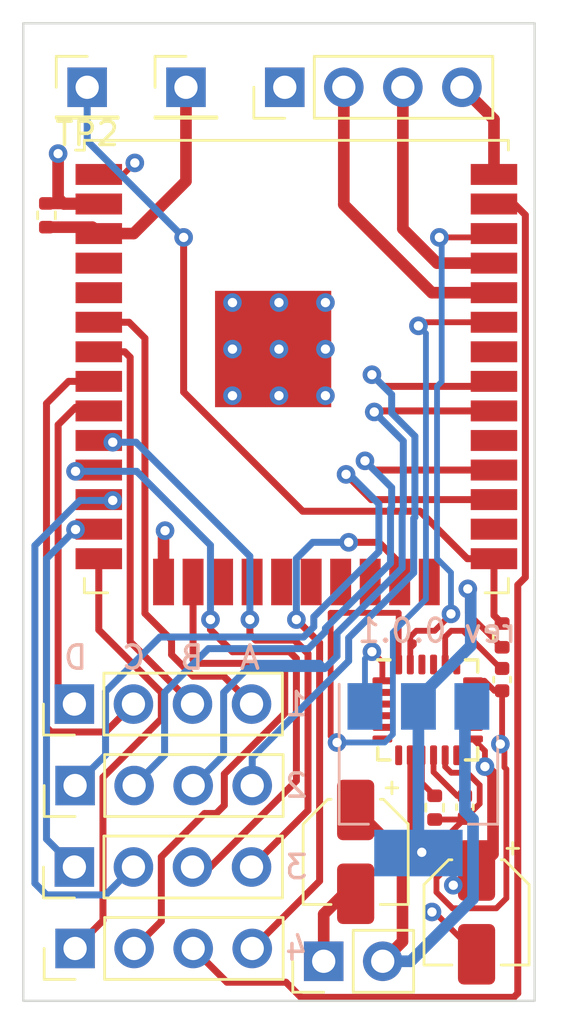
<source format=kicad_pcb>
(kicad_pcb (version 20211014) (generator pcbnew)
  (layers (0 "F.Cu" signal) (1 "In1.Cu" signal) (2 "In2.Cu" signal) (31 "B.Cu" signal) (34 "B.Paste" user) (35 "F.Paste" user) (36 "B.SilkS" user "B.Silkscreen") (37 "F.SilkS" user "F.Silkscreen") (38 "B.Mask" user) (39 "F.Mask" user) (44 "Edge.Cuts" user))
  (net 0 "")
  (net 1 "+3V3")
  (net 2 "Net-(J1-Pad2)")
  (net 3 "Net-(J1-Pad3)")
  (net 4 "GND")
  (net 5 "Net-(R1-Pad2)")
  (net 8 "Net-(U1-Pad13)")
  (net 9 "Net-(U1-Pad37)")
  (net 10 "Net-(U1-Pad10)")
  (net 17 "Net-(U1-Pad11)")
  (net 20 "Net-(U1-Pad12)")
  (net 21 "Net-(U1-Pad8)")
  (net 23 "Net-(U1-Pad9)")
  (net 24 "Net-(U1-Pad6)")
  (net 26 "Net-(U1-Pad7)")
  (net 27 "Net-(R2-Pad2)")
  (net 28 "Net-(U1-Pad33)")
  (net 29 "Net-(U1-Pad36)")
  (net 33 "Net-(U1-Pad25)")
  (net 34 "VCC")
  (net 35 "Net-(J2-Pad1)")
  (net 36 "Net-(J2-Pad2)")
  (net 37 "Net-(J2-Pad4)")
  (net 38 "Net-(J3-Pad1)")
  (net 39 "Net-(J3-Pad2)")
  (net 40 "Net-(J3-Pad3)")
  (net 41 "Net-(J3-Pad4)")
  (net 42 "Net-(U2-Pad10)")
  (net 43 "Net-(U2-Pad20)")
  (footprint "Connector_PinHeader_2.54mm:PinHeader_1x04_P2.54mm_Vertical" (layer "F.Cu") (at 90.2 83.25 90)
    (fp_text reference "J5" hide)
    (fp_text value "GPIO" hide)
    (fp_line (start -1.33 8.95) (end 1.33 8.95) (layer "F.SilkS") (width 0.12))
    (fp_line (start -1.33 1.27) (end -1.33 8.95) (layer "F.SilkS") (width 0.12))
    (fp_line (start -1.33 0) (end -1.33 -1.33) (layer "F.SilkS") (width 0.12))
    (fp_line (start 1.33 1.27) (end 1.33 8.95) (layer "F.SilkS") (width 0.12))
    (fp_line (start -1.33 1.27) (end 1.33 1.27) (layer "F.SilkS") (width 0.12))
    (fp_line (start -1.33 -1.33) (end 0 -1.33) (layer "F.SilkS") (width 0.12))
    (pad "1" thru_hole rect locked (at 0 0 90) (size 1.7 1.7) (drill 1) (layers *.Cu *.Mask) (net 23 "Net-(U1-Pad9)"))
    (pad "2" thru_hole oval locked (at 0 2.54 90) (size 1.7 1.7) (drill 1) (layers *.Cu *.Mask) (net 21 "Net-(U1-Pad8)"))
    (pad "3" thru_hole oval locked (at 0 5.08 90) (size 1.7 1.7) (drill 1) (layers *.Cu *.Mask) (net 26 "Net-(U1-Pad7)"))
    (pad "4" thru_hole oval locked (at 0 7.62 90) (size 1.7 1.7) (drill 1) (layers *.Cu *.Mask) (net 24 "Net-(U1-Pad6)"))
  )
  (footprint "Resistor_SMD:R_0402_1005Metric" (layer "F.Cu") (at 108.6 80.3 90)
    (fp_text reference "R3" hide)
    (fp_text value "10K" hide)
    (fp_line (start -0.153641 -0.38) (end 0.153641 -0.38) (layer "F.SilkS") (width 0.12))
    (fp_line (start -0.153641 0.38) (end 0.153641 0.38) (layer "F.SilkS") (width 0.12))
    (pad "1" smd roundrect locked (at -0.51 0 90) (size 0.54 0.64) (layers "F.Cu" "F.Paste" "F.Mask") (net 1 "+3V3"))
    (pad "2" smd roundrect locked (at 0.51 0 90) (size 0.54 0.64) (layers "F.Cu" "F.Paste" "F.Mask") (net 33 "Net-(U1-Pad25)"))
  )
  (footprint "Capacitor_SMD:CP_Elec_4x5.3" (layer "F.Cu") (at 102.3 89.6 -90)
    (fp_text reference "C1" hide)
    (fp_text value "10uF")
    (fp_line (start -2.26 -1.195563) (end -2.26 -1.06) (layer "F.SilkS") (width 0.12))
    (fp_line (start 2.26 2.26) (end 2.26 1.06) (layer "F.SilkS") (width 0.12))
    (fp_line (start -2.26 1.195563) (end -2.26 1.06) (layer "F.SilkS") (width 0.12))
    (fp_line (start 2.26 -2.26) (end 2.26 -1.06) (layer "F.SilkS") (width 0.12))
    (fp_line (start -1.195563 -2.26) (end 2.26 -2.26) (layer "F.SilkS") (width 0.12))
    (fp_line (start -2.26 -1.195563) (end -1.195563 -2.26) (layer "F.SilkS") (width 0.12))
    (fp_line (start -1.195563 2.26) (end 2.26 2.26) (layer "F.SilkS") (width 0.12))
    (fp_line (start -3 -1.56) (end -2.5 -1.56) (layer "F.SilkS") (width 0.12))
    (fp_line (start -2.26 1.195563) (end -1.195563 2.26) (layer "F.SilkS") (width 0.12))
    (fp_line (start -2.75 -1.81) (end -2.75 -1.31) (layer "F.SilkS") (width 0.12))
    (pad "1" smd roundrect locked (at -1.8 0 270) (size 2.6 1.6) (layers "F.Cu" "F.Paste" "F.Mask") (roundrect_rratio 0.15625) (net 34 "VCC"))
    (pad "2" smd roundrect locked (at 1.8 0 270) (size 2.6 1.6) (layers "F.Cu" "F.Paste" "F.Mask") (roundrect_rratio 0.15625) (net 4 "GND"))
  )
  (footprint "Resistor_SMD:R_0402_1005Metric" (layer "F.Cu") (at 89 62.25 -90)
    (fp_text reference "R1" hide)
    (fp_text value "10K" hide)
    (fp_line (start -0.153641 -0.38) (end 0.153641 -0.38) (layer "F.SilkS") (width 0.12))
    (fp_line (start -0.153641 0.38) (end 0.153641 0.38) (layer "F.SilkS") (width 0.12))
    (pad "1" smd roundrect locked (at -0.51 0 270) (size 0.54 0.64) (layers "F.Cu" "F.Paste" "F.Mask") (net 1 "+3V3"))
    (pad "2" smd roundrect locked (at 0.51 0 270) (size 0.54 0.64) (layers "F.Cu" "F.Paste" "F.Mask") (net 5 "Net-(R1-Pad2)"))
  )
  (footprint "Sensor_Motion:InvenSense_QFN-24_4x4mm_P0.5mm" (layer "F.Cu") (at 105.4 83.5)
    (fp_text reference "U2" hide)
    (fp_text value "MPU-6050" hide)
    (fp_line (start -2.15 -2.15) (end -1.625 -2.15) (layer "F.SilkS") (width 0.15))
    (fp_line (start 2.15 -2.15) (end 2.15 -1.625) (layer "F.SilkS") (width 0.15))
    (fp_line (start -2.15 2.15) (end -1.625 2.15) (layer "F.SilkS") (width 0.15))
    (fp_line (start -2.15 2.15) (end -2.15 1.625) (layer "F.SilkS") (width 0.15))
    (fp_line (start 2.15 2.15) (end 2.15 1.625) (layer "F.SilkS") (width 0.15))
    (fp_line (start 2.15 -2.15) (end 1.625 -2.15) (layer "F.SilkS") (width 0.15))
    (fp_line (start 2.15 2.15) (end 1.625 2.15) (layer "F.SilkS") (width 0.15))
    (pad "1" smd roundrect locked (at -1.95 -1.25) (size 0.85 0.3) (layers "F.Cu" "F.Paste" "F.Mask") (net 4 "GND"))
    (pad "2" smd roundrect locked (at -1.95 -0.75) (size 0.85 0.3) (layers "F.Cu" "F.Paste" "F.Mask"))
    (pad "3" smd roundrect locked (at -1.95 -0.25) (size 0.85 0.3) (layers "F.Cu" "F.Paste" "F.Mask"))
    (pad "4" smd roundrect locked (at -1.95 0.25) (size 0.85 0.3) (layers "F.Cu" "F.Paste" "F.Mask"))
    (pad "5" smd roundrect locked (at -1.95 0.75) (size 0.85 0.3) (layers "F.Cu" "F.Paste" "F.Mask"))
    (pad "6" smd roundrect locked (at -1.95 1.25) (size 0.85 0.3) (layers "F.Cu" "F.Paste" "F.Mask"))
    (pad "7" smd roundrect locked (at -1.25 1.95 90) (size 0.85 0.3) (layers "F.Cu" "F.Paste" "F.Mask"))
    (pad "8" smd roundrect locked (at -0.75 1.95 90) (size 0.85 0.3) (layers "F.Cu" "F.Paste" "F.Mask") (net 1 "+3V3"))
    (pad "9" smd roundrect locked (at -0.25 1.95 90) (size 0.85 0.3) (layers "F.Cu" "F.Paste" "F.Mask") (net 27 "Net-(R2-Pad2)"))
    (pad "10" smd roundrect locked (at 0.25 1.95 90) (size 0.85 0.3) (layers "F.Cu" "F.Paste" "F.Mask") (net 42 "Net-(U2-Pad10)"))
    (pad "11" smd roundrect locked (at 0.75 1.95 90) (size 0.85 0.3) (layers "F.Cu" "F.Paste" "F.Mask") (net 4 "GND"))
    (pad "12" smd roundrect locked (at 1.25 1.95 90) (size 0.85 0.3) (layers "F.Cu" "F.Paste" "F.Mask"))
    (pad "13" smd roundrect locked (at 1.95 1.25) (size 0.85 0.3) (layers "F.Cu" "F.Paste" "F.Mask") (net 1 "+3V3"))
    (pad "14" smd roundrect locked (at 1.95 0.75) (size 0.85 0.3) (layers "F.Cu" "F.Paste" "F.Mask"))
    (pad "15" smd roundrect locked (at 1.95 0.25) (size 0.85 0.3) (layers "F.Cu" "F.Paste" "F.Mask"))
    (pad "16" smd roundrect locked (at 1.95 -0.25) (size 0.85 0.3) (layers "F.Cu" "F.Paste" "F.Mask"))
    (pad "17" smd roundrect locked (at 1.95 -0.75) (size 0.85 0.3) (layers "F.Cu" "F.Paste" "F.Mask"))
    (pad "18" smd roundrect locked (at 1.95 -1.25) (size 0.85 0.3) (layers "F.Cu" "F.Paste" "F.Mask") (net 4 "GND"))
    (pad "19" smd roundrect locked (at 1.25 -1.95 90) (size 0.85 0.3) (layers "F.Cu" "F.Paste" "F.Mask"))
    (pad "20" smd roundrect locked (at 0.75 -1.95 90) (size 0.85 0.3) (layers "F.Cu" "F.Paste" "F.Mask") (net 43 "Net-(U2-Pad20)"))
    (pad "21" smd roundrect locked (at 0.25 -1.95 90) (size 0.85 0.3) (layers "F.Cu" "F.Paste" "F.Mask"))
    (pad "22" smd roundrect locked (at -0.25 -1.95 90) (size 0.85 0.3) (layers "F.Cu" "F.Paste" "F.Mask"))
    (pad "23" smd roundrect locked (at -0.75 -1.95 90) (size 0.85 0.3) (layers "F.Cu" "F.Paste" "F.Mask") (net 29 "Net-(U1-Pad36)"))
    (pad "24" smd roundrect locked (at -1.25 -1.95 90) (size 0.85 0.3) (layers "F.Cu" "F.Paste" "F.Mask") (net 28 "Net-(U1-Pad33)"))
  )
  (footprint "Capacitor_SMD:C_0402_1005Metric" (layer "F.Cu") (at 107 87.68 -90)
    (fp_text reference "C3" hide)
    (fp_text value "0.1uF" hide)
    (fp_line (start -0.107836 -0.36) (end 0.107836 -0.36) (layer "F.SilkS") (width 0.12))
    (fp_line (start -0.107836 0.36) (end 0.107836 0.36) (layer "F.SilkS") (width 0.12))
    (pad "1" smd roundrect locked (at -0.48 0 270) (size 0.56 0.62) (layers "F.Cu" "F.Paste" "F.Mask") (net 42 "Net-(U2-Pad10)"))
    (pad "2" smd roundrect locked (at 0.48 0 270) (size 0.56 0.62) (layers "F.Cu" "F.Paste" "F.Mask") (net 4 "GND"))
  )
  (footprint "Connector_PinHeader_2.54mm:PinHeader_1x04_P2.54mm_Vertical" (layer "F.Cu") (at 90.2 90.25 90)
    (fp_text reference "J4" hide)
    (fp_text value "GPIO" hide)
    (fp_line (start 1.33 1.27) (end 1.33 8.95) (layer "F.SilkS") (width 0.12))
    (fp_line (start -1.33 -1.33) (end 0 -1.33) (layer "F.SilkS") (width 0.12))
    (fp_line (start -1.33 1.27) (end 1.33 1.27) (layer "F.SilkS") (width 0.12))
    (fp_line (start -1.33 0) (end -1.33 -1.33) (layer "F.SilkS") (width 0.12))
    (fp_line (start -1.33 8.95) (end 1.33 8.95) (layer "F.SilkS") (width 0.12))
    (fp_line (start -1.33 1.27) (end -1.33 8.95) (layer "F.SilkS") (width 0.12))
    (pad "1" thru_hole rect locked (at 0 0 90) (size 1.7 1.7) (drill 1) (layers *.Cu *.Mask) (net 8 "Net-(U1-Pad13)"))
    (pad "2" thru_hole oval locked (at 0 2.54 90) (size 1.7 1.7) (drill 1) (layers *.Cu *.Mask) (net 20 "Net-(U1-Pad12)"))
    (pad "3" thru_hole oval locked (at 0 5.08 90) (size 1.7 1.7) (drill 1) (layers *.Cu *.Mask) (net 17 "Net-(U1-Pad11)"))
    (pad "4" thru_hole oval locked (at 0 7.62 90) (size 1.7 1.7) (drill 1) (layers *.Cu *.Mask) (net 10 "Net-(U1-Pad10)"))
  )
  (footprint "Connector_PinHeader_2.54mm:PinHeader_1x01_P2.54mm_Vertical" (layer "F.Cu") (at 90.75 56.75)
    (fp_text reference "TP2" (at 0 2) (layer "F.SilkS"))
    (fp_text value "ENABLE" hide)
    (fp_line (start 1.33 1.27) (end 1.33 1.33) (layer "F.SilkS") (width 0.12))
    (fp_line (start -1.33 1.27) (end -1.33 1.33) (layer "F.SilkS") (width 0.12))
    (fp_line (start -1.33 -1.33) (end 0 -1.33) (layer "F.SilkS") (width 0.12))
    (fp_line (start -1.33 1.33) (end 1.33 1.33) (layer "F.SilkS") (width 0.12))
    (fp_line (start -1.33 0) (end -1.33 -1.33) (layer "F.SilkS") (width 0.12))
    (fp_line (start -1.33 1.27) (end 1.33 1.27) (layer "F.SilkS") (width 0.12))
    (pad "1" thru_hole rect locked (at 0 0) (size 1.7 1.7) (drill 1) (layers *.Cu *.Mask) (net 33 "Net-(U1-Pad25)"))
  )
  (footprint "Connector_PinHeader_2.54mm:PinHeader_1x01_P2.54mm_Vertical" (layer "F.Cu") (at 95 56.75)
    (fp_text reference "TP1" hide)
    (fp_text value "ENABLE" hide)
    (fp_line (start 1.33 1.27) (end 1.33 1.33) (layer "F.SilkS") (width 0.12))
    (fp_line (start -1.33 1.27) (end 1.33 1.27) (layer "F.SilkS") (width 0.12))
    (fp_line (start -1.33 0) (end -1.33 -1.33) (layer "F.SilkS") (width 0.12))
    (fp_line (start -1.33 -1.33) (end 0 -1.33) (layer "F.SilkS") (width 0.12))
    (fp_line (start -1.33 1.27) (end -1.33 1.33) (layer "F.SilkS") (width 0.12))
    (fp_line (start -1.33 1.33) (end 1.33 1.33) (layer "F.SilkS") (width 0.12))
    (pad "1" thru_hole rect locked (at 0 0) (size 1.7 1.7) (drill 1) (layers *.Cu *.Mask) (net 5 "Net-(R1-Pad2)"))
  )
  (footprint "RF_Module:ESP32-WROOM-32U" (layer "F.Cu") (at 99.75 68.75)
    (fp_text reference "U1" hide)
    (fp_text value "ESP32-WROOM-32U" hide)
    (fp_line (start -9.12 9.72) (end -8.12 9.72) (layer "F.SilkS") (width 0.12))
    (fp_line (start -9.12 -9.72) (end 9.12 -9.72) (layer "F.SilkS") (width 0.12))
    (fp_line (start -9.12 -9.3) (end -9.5 -9.3) (layer "F.SilkS") (width 0.12))
    (fp_line (start -9.12 9.1) (end -9.12 9.72) (layer "F.SilkS") (width 0.12))
    (fp_line (start 9.12 9.1) (end 9.12 9.72) (layer "F.SilkS") (width 0.12))
    (fp_line (start 9.12 9.72) (end 8.12 9.72) (layer "F.SilkS") (width 0.12))
    (fp_line (start -9.12 -9.72) (end -9.12 -9.3) (layer "F.SilkS") (width 0.12))
    (fp_line (start 9.12 -9.72) (end 9.12 -9.3) (layer "F.SilkS") (width 0.12))
    (pad "1" smd rect (at -8.5 -8.255) (size 2 0.9) (layers "F.Cu" "F.Paste" "F.Mask") (net 4 "GND"))
    (pad "2" smd rect (at -8.5 -6.985) (size 2 0.9) (layers "F.Cu" "F.Paste" "F.Mask") (net 1 "+3V3"))
    (pad "3" smd rect (at -8.5 -5.715) (size 2 0.9) (layers "F.Cu" "F.Paste" "F.Mask") (net 5 "Net-(R1-Pad2)"))
    (pad "4" smd rect (at -8.5 -4.445) (size 2 0.9) (layers "F.Cu" "F.Paste" "F.Mask"))
    (pad "5" smd rect (at -8.5 -3.175) (size 2 0.9) (layers "F.Cu" "F.Paste" "F.Mask"))
    (pad "6" smd rect (at -8.5 -1.905) (size 2 0.9) (layers "F.Cu" "F.Paste" "F.Mask") (net 24 "Net-(U1-Pad6)"))
    (pad "7" smd rect (at -8.5 -0.635) (size 2 0.9) (layers "F.Cu" "F.Paste" "F.Mask") (net 26 "Net-(U1-Pad7)"))
    (pad "8" smd rect (at -8.5 0.635) (size 2 0.9) (layers "F.Cu" "F.Paste" "F.Mask") (net 21 "Net-(U1-Pad8)"))
    (pad "9" smd rect (at -8.5 1.905) (size 2 0.9) (layers "F.Cu" "F.Paste" "F.Mask") (net 23 "Net-(U1-Pad9)"))
    (pad "10" smd rect (at -8.5 3.175) (size 2 0.9) (layers "F.Cu" "F.Paste" "F.Mask") (net 10 "Net-(U1-Pad10)"))
    (pad "11" smd rect (at -8.5 4.445) (size 2 0.9) (layers "F.Cu" "F.Paste" "F.Mask") (net 17 "Net-(U1-Pad11)"))
    (pad "12" smd rect (at -8.5 5.715) (size 2 0.9) (layers "F.Cu" "F.Paste" "F.Mask") (net 20 "Net-(U1-Pad12)"))
    (pad "13" smd rect (at -8.5 6.985) (size 2 0.9) (layers "F.Cu" "F.Paste" "F.Mask") (net 8 "Net-(U1-Pad13)"))
    (pad "14" smd rect (at -8.5 8.255) (size 2 0.9) (layers "F.Cu" "F.Paste" "F.Mask") (net 35 "Net-(J2-Pad1)"))
    (pad "15" smd rect (at -5.715 9.255 270) (size 2 0.9) (layers "F.Cu" "F.Paste" "F.Mask") (net 4 "GND"))
    (pad "16" smd rect (at -4.445 9.255 90) (size 2 0.9) (layers "F.Cu" "F.Paste" "F.Mask") (net 36 "Net-(J2-Pad2)"))
    (pad "17" smd rect (at -3.175 9.255 90) (size 2 0.9) (layers "F.Cu" "F.Paste" "F.Mask"))
    (pad "18" smd rect (at -1.905 9.255 90) (size 2 0.9) (layers "F.Cu" "F.Paste" "F.Mask"))
    (pad "19" smd rect (at -0.635 9.255 90) (size 2 0.9) (layers "F.Cu" "F.Paste" "F.Mask"))
    (pad "20" smd rect (at 0.635 9.255 90) (size 2 0.9) (layers "F.Cu" "F.Paste" "F.Mask"))
    (pad "21" smd rect (at 1.905 9.255 90) (size 2 0.9) (layers "F.Cu" "F.Paste" "F.Mask"))
    (pad "22" smd rect (at 3.175 9.255 90) (size 2 0.9) (layers "F.Cu" "F.Paste" "F.Mask"))
    (pad "23" smd rect (at 4.445 9.255 90) (size 2 0.9) (layers "F.Cu" "F.Paste" "F.Mask") (net 37 "Net-(J2-Pad4)"))
    (pad "24" smd rect (at 5.715 9.255 90) (size 2 0.9) (layers "F.Cu" "F.Paste" "F.Mask"))
    (pad "25" smd rect (at 8.5 8.255) (size 2 0.9) (layers "F.Cu" "F.Paste" "F.Mask") (net 33 "Net-(U1-Pad25)"))
    (pad "26" smd rect (at 8.5 6.985) (size 2 0.9) (layers "F.Cu" "F.Paste" "F.Mask"))
    (pad "27" smd rect (at 8.5 5.715) (size 2 0.9) (layers "F.Cu" "F.Paste" "F.Mask") (net 38 "Net-(J3-Pad1)"))
    (pad "28" smd rect (at 8.5 4.445) (size 2 0.9) (layers "F.Cu" "F.Paste" "F.Mask") (net 39 "Net-(J3-Pad2)"))
    (pad "29" smd rect (at 8.5 3.175) (size 2 0.9) (layers "F.Cu" "F.Paste" "F.Mask"))
    (pad "30" smd rect (at 8.5 1.905) (size 2 0.9) (layers "F.Cu" "F.Paste" "F.Mask") (net 40 "Net-(J3-Pad3)"))
    (pad "31" smd rect (at 8.5 0.635) (size 2 0.9) (layers "F.Cu" "F.Paste" "F.Mask") (net 41 "Net-(J3-Pad4)"))
    (pad "32" smd rect (at 8.5 -0.635) (size 2 0.9) (layers "F.Cu" "F.Paste" "F.Mask"))
    (pad "33" smd rect (at 8.5 -1.905) (size 2 0.9) (layers "F.Cu" "F.Paste" "F.Mask") (net 28 "Net-(U1-Pad33)"))
    (pad "34" smd rect (at 8.5 -3.175) (size 2 0.9) (layers "F.Cu" "F.Paste" "F.Mask") (net 2 "Net-(J1-Pad2)"))
    (pad "35" smd rect (at 8.5 -4.445) (size 2 0.9) (layers "F.Cu" "F.Paste" "F.Mask") (net 3 "Net-(J1-Pad3)"))
    (pad "36" smd rect (at 8.5 -5.715) (size 2 0.9) (layers "F.Cu" "F.Paste" "F.Mask") (net 29 "Net-(U1-Pad36)"))
    (pad "37" smd rect (at 8.5 -6.985) (size 2 0.9) (layers "F.Cu" "F.Paste" "F.Mask") (net 9 "Net-(U1-Pad37)"))
    (pad "38" smd rect (at 8.5 -8.255) (size 2 0.9) (layers "F.Cu" "F.Paste" "F.Mask") (net 4 "GND"))
    (pad "39" smd rect (at -1 -0.755) (size 5 5) (layers "F.Cu" "F.Paste" "F.Mask") (net 4 "GND"))
  )
  (footprint "Connector_PinHeader_2.54mm:PinHeader_1x04_P2.54mm_Vertical" (layer "F.Cu") (at 90.23 93.75 90)
    (fp_text reference "J2" hide)
    (fp_text value "GPIO" hide)
    (fp_line (start 1.33 1.27) (end 1.33 8.95) (layer "F.SilkS") (width 0.12))
    (fp_line (start -1.33 1.27) (end -1.33 8.95) (layer "F.SilkS") (width 0.12))
    (fp_line (start -1.33 1.27) (end 1.33 1.27) (layer "F.SilkS") (width 0.12))
    (fp_line (start -1.33 -1.33) (end 0 -1.33) (layer "F.SilkS") (width 0.12))
    (fp_line (start -1.33 8.95) (end 1.33 8.95) (layer "F.SilkS") (width 0.12))
    (fp_line (start -1.33 0) (end -1.33 -1.33) (layer "F.SilkS") (width 0.12))
    (pad "1" thru_hole rect locked (at 0 0 90) (size 1.7 1.7) (drill 1) (layers *.Cu *.Mask) (net 35 "Net-(J2-Pad1)"))
    (pad "2" thru_hole oval locked (at 0 2.54 90) (size 1.7 1.7) (drill 1) (layers *.Cu *.Mask) (net 36 "Net-(J2-Pad2)"))
    (pad "3" thru_hole oval locked (at 0 5.08 90) (size 1.7 1.7) (drill 1) (layers *.Cu *.Mask) (net 9 "Net-(U1-Pad37)"))
    (pad "4" thru_hole oval locked (at 0 7.62 90) (size 1.7 1.7) (drill 1) (layers *.Cu *.Mask) (net 37 "Net-(J2-Pad4)"))
  )
  (footprint "Connector_PinHeader_2.54mm:PinHeader_1x04_P2.54mm_Vertical" (layer "F.Cu") (at 90.23 86.75 90)
    (fp_text reference "J3" hide)
    (fp_text value "GPIO" hide)
    (fp_line (start -1.33 0) (end -1.33 -1.33) (layer "F.SilkS") (width 0.12))
    (fp_line (start -1.33 1.27) (end 1.33 1.27) (layer "F.SilkS") (width 0.12))
    (fp_line (start -1.33 1.27) (end -1.33 8.95) (layer "F.SilkS") (width 0.12))
    (fp_line (start 1.33 1.27) (end 1.33 8.95) (layer "F.SilkS") (width 0.12))
    (fp_line (start -1.33 8.95) (end 1.33 8.95) (layer "F.SilkS") (width 0.12))
    (fp_line (start -1.33 -1.33) (end 0 -1.33) (layer "F.SilkS") (width 0.12))
    (pad "1" thru_hole rect locked (at 0 0 90) (size 1.7 1.7) (drill 1) (layers *.Cu *.Mask) (net 38 "Net-(J3-Pad1)"))
    (pad "2" thru_hole oval locked (at 0 2.54 90) (size 1.7 1.7) (drill 1) (layers *.Cu *.Mask) (net 39 "Net-(J3-Pad2)"))
    (pad "3" thru_hole oval locked (at 0 5.08 90) (size 1.7 1.7) (drill 1) (layers *.Cu *.Mask) (net 40 "Net-(J3-Pad3)"))
    (pad "4" thru_hole oval locked (at 0 7.62 90) (size 1.7 1.7) (drill 1) (layers *.Cu *.Mask) (net 41 "Net-(J3-Pad4)"))
  )
  (footprint "Connector_PinHeader_2.54mm:PinHeader_1x02_P2.54mm_Vertical" (layer "F.Cu") (at 100.925 94.3 90)
    (fp_text reference "J6" hide)
    (fp_text value "VIN")
    (fp_line (start 1.33 1.27) (end 1.33 3.87) (layer "F.SilkS") (width 0.12))
    (fp_line (start -1.33 1.27) (end 1.33 1.27) (layer "F.SilkS") (width 0.12))
    (fp_line (start -1.33 -1.33) (end 0 -1.33) (layer "F.SilkS") (width 0.12))
    (fp_line (start -1.33 0) (end -1.33 -1.33) (layer "F.SilkS") (width 0.12))
    (fp_line (start -1.33 1.27) (end -1.33 3.87) (layer "F.SilkS") (width 0.12))
    (fp_line (start -1.33 3.87) (end 1.33 3.87) (layer "F.SilkS") (width 0.12))
    (pad "1" thru_hole rect locked (at 0 0 90) (size 1.7 1.7) (drill 1) (layers *.Cu *.Mask) (net 4 "GND"))
    (pad "2" thru_hole oval locked (at 0 2.54 90) (size 1.7 1.7) (drill 1) (layers *.Cu *.Mask) (net 34 "VCC"))
  )
  (footprint "Connector_PinHeader_2.54mm:PinHeader_1x04_P2.54mm_Vertical" (layer "F.Cu") (at 99.25 56.75 90)
    (fp_text reference "J1" hide)
    (fp_text value "FTDI")
    (fp_line (start -1.33 1.27) (end 1.33 1.27) (layer "F.SilkS") (width 0.12))
    (fp_line (start -1.33 1.27) (end -1.33 8.95) (layer "F.SilkS") (width 0.12))
    (fp_line (start -1.33 8.95) (end 1.33 8.95) (layer "F.SilkS") (width 0.12))
    (fp_line (start -1.33 -1.33) (end 0 -1.33) (layer "F.SilkS") (width 0.12))
    (fp_line (start 1.33 1.27) (end 1.33 8.95) (layer "F.SilkS") (width 0.12))
    (fp_line (start -1.33 0) (end -1.33 -1.33) (layer "F.SilkS") (width 0.12))
    (pad "1" thru_hole rect locked (at 0 0 90) (size 1.7 1.7) (drill 1) (layers *.Cu *.Mask) (net 1 "+3V3"))
    (pad "2" thru_hole oval locked (at 0 2.54 90) (size 1.7 1.7) (drill 1) (layers *.Cu *.Mask) (net 2 "Net-(J1-Pad2)"))
    (pad "3" thru_hole oval locked (at 0 5.08 90) (size 1.7 1.7) (drill 1) (layers *.Cu *.Mask) (net 3 "Net-(J1-Pad3)"))
    (pad "4" thru_hole oval locked (at 0 7.62 90) (size 1.7 1.7) (drill 1) (layers *.Cu *.Mask) (net 4 "GND"))
  )
  (footprint "Capacitor_SMD:CP_Elec_4x5.3" (layer "F.Cu") (at 107.5 92.2 -90)
    (fp_text reference "C2" hide)
    (fp_text value "10uF")
    (fp_line (start -1.195563 -2.26) (end 2.26 -2.26) (layer "F.SilkS") (width 0.12))
    (fp_line (start 2.26 -2.26) (end 2.26 -1.06) (layer "F.SilkS") (width 0.12))
    (fp_line (start -2.75 -1.81) (end -2.75 -1.31) (layer "F.SilkS") (width 0.12))
    (fp_line (start -2.26 -1.195563) (end -1.195563 -2.26) (layer "F.SilkS") (width 0.12))
    (fp_line (start -3 -1.56) (end -2.5 -1.56) (layer "F.SilkS") (width 0.12))
    (fp_line (start -2.26 1.195563) (end -2.26 1.06) (layer "F.SilkS") (width 0.12))
    (fp_line (start -2.26 1.195563) (end -1.195563 2.26) (layer "F.SilkS") (width 0.12))
    (fp_line (start -1.195563 2.26) (end 2.26 2.26) (layer "F.SilkS") (width 0.12))
    (fp_line (start 2.26 2.26) (end 2.26 1.06) (layer "F.SilkS") (width 0.12))
    (fp_line (start -2.26 -1.195563) (end -2.26 -1.06) (layer "F.SilkS") (width 0.12))
    (pad "1" smd roundrect locked (at -1.8 0 270) (size 2.6 1.6) (layers "F.Cu" "F.Paste" "F.Mask") (roundrect_rratio 0.15625) (net 1 "+3V3"))
    (pad "2" smd roundrect locked (at 1.8 0 270) (size 2.6 1.6) (layers "F.Cu" "F.Paste" "F.Mask") (roundrect_rratio 0.15625) (net 4 "GND"))
  )
  (footprint "Capacitor_SMD:C_0402_1005Metric" (layer "F.Cu") (at 108.6 82.2 -90)
    (fp_text reference "C4" hide)
    (fp_text value "2200pF" hide)
    (fp_line (start -0.107836 0.36) (end 0.107836 0.36) (layer "F.SilkS") (width 0.12))
    (fp_line (start -0.107836 -0.36) (end 0.107836 -0.36) (layer "F.SilkS") (width 0.12))
    (pad "1" smd roundrect locked (at -0.48 0 270) (size 0.56 0.62) (layers "F.Cu" "F.Paste" "F.Mask") (net 43 "Net-(U2-Pad20)"))
    (pad "2" smd roundrect locked (at 0.48 0 270) (size 0.56 0.62) (layers "F.Cu" "F.Paste" "F.Mask") (net 4 "GND"))
  )
  (footprint "Resistor_SMD:R_0402_1005Metric" (layer "F.Cu") (at 105.7 87.7 90)
    (fp_text reference "R2" hide)
    (fp_text value "4.7k" hide)
    (fp_line (start -0.153641 0.38) (end 0.153641 0.38) (layer "F.SilkS") (width 0.12))
    (fp_line (start -0.153641 -0.38) (end 0.153641 -0.38) (layer "F.SilkS") (width 0.12))
    (pad "1" smd roundrect locked (at -0.51 0 90) (size 0.54 0.64) (layers "F.Cu" "F.Paste" "F.Mask") (net 4 "GND"))
    (pad "2" smd roundrect locked (at 0.51 0 90) (size 0.54 0.64) (layers "F.Cu" "F.Paste" "F.Mask") (net 27 "Net-(R2-Pad2)"))
  )
  (footprint "Package_TO_SOT_SMD:SOT-223-3_TabPin2" (layer "B.Cu") (at 105 86.5 -90)
    (fp_text reference "U3" hide)
    (fp_text value "NCP1117-3.3_SOT223" hide)
    (fp_line (start -4.1 3.41) (end 1.91 3.41) (layer "B.SilkS") (width 0.12))
    (fp_line (start 1.91 3.41) (end 1.91 2.15) (layer "B.SilkS") (width 0.12))
    (fp_line (start -1.85 -3.41) (end 1.91 -3.41) (layer "B.SilkS") (width 0.12))
    (fp_line (start 1.91 -3.41) (end 1.91 -2.15) (layer "B.SilkS") (width 0.12))
    (pad "1" smd rect locked (at -3.15 2.3 270) (size 2 1.5) (layers "B.Cu" "B.Paste" "B.Mask") (net 4 "GND"))
    (pad "2" smd rect locked (at 3.15 0 270) (size 2 3.8) (layers "B.Cu" "B.Paste" "B.Mask") (net 1 "+3V3"))
    (pad "2" smd rect locked (at -3.15 0 270) (size 2 1.5) (layers "B.Cu" "B.Paste" "B.Mask") (net 1 "+3V3"))
    (pad "3" smd rect locked (at -3.15 -2.3 270) (size 2 1.5) (layers "B.Cu" "B.Paste" "B.Mask") (net 34 "VCC"))
  )
  (gr_rect (start 88 54) (end 110 96) (layer "Edge.Cuts") (width 0.1) (fill none))
  (gr_text "D" (at 90.25 81.25) (layer "B.SilkS") (effects (font (size 1 1)) (justify mirror)))
  (gr_text "4" (at 99.75 93.75) (layer "B.SilkS") (effects (font (size 1 1)) (justify mirror)))
  (gr_text "B" (at 95.25 81.25) (layer "B.SilkS") (effects (font (size 1 1)) (justify mirror)))
  (gr_text "3\n" (at 99.75 90.25) (layer "B.SilkS") (effects (font (size 1 1)) (justify mirror)))
  (gr_text "1" (at 99.75 83.25) (layer "B.SilkS") (effects (font (size 1 1)) (justify mirror)))
  (gr_text "C" (at 92.75 81.25) (layer "B.SilkS") (effects (font (size 1 1)) (justify mirror)))
  (gr_text "rev 0.0.1" (at 105.8 80.1) (layer "B.SilkS") (effects (font (size 1 1)) (justify mirror)))
  (gr_text "A" (at 97.75 81.25) (layer "B.SilkS") (effects (font (size 1 1)) (justify mirror)))
  (gr_text "2" (at 99.75 86.75) (layer "B.SilkS") (effects (font (size 1 1)) (justify mirror)))
  (segment (start 89.5 61.515) (end 89.5 59.6) (width 0.5) (layer "F.Cu") (net 1))
  (segment (start 91.225 61.74) (end 91.25 61.765) (width 0.5) (layer "F.Cu") (net 1))
  (segment (start 107.860903 85.936305) (end 107.860903 85.260903) (width 0.25) (layer "F.Cu") (net 1))
  (segment (start 105.143743 89.143743) (end 105.143743 89.617627) (width 0.25) (layer "F.Cu") (net 1))
  (segment (start 108.20904 86.284442) (end 108.20904 89.69096) (width 0.5) (layer "F.Cu") (net 1))
  (segment (start 104.65 88.65) (end 104.65 85.45) (width 0.25) (layer "F.Cu") (net 1))
  (segment (start 104.65 88.65) (end 105.143743 89.143743) (width 0.25) (layer "F.Cu") (net 1))
  (segment (start 108.6 80.81) (end 107.124175 79.334175) (width 0.25) (layer "F.Cu") (net 1))
  (segment (start 91.25 61.765) (end 89.75 61.765) (width 0.5) (layer "F.Cu") (net 1))
  (segment (start 89 61.74) (end 91.225 61.74) (width 0.5) (layer "F.Cu") (net 1))
  (segment (start 106.500011 91.032851) (end 106.867149 91.032851) (width 0.5) (layer "F.Cu") (net 1))
  (segment (start 108.20904 89.69096) (end 107.5 90.4) (width 0.5) (layer "F.Cu") (net 1))
  (segment (start 107.124175 79.334175) (end 107.124175 78.3) (width 0.25) (layer "F.Cu") (net 1))
  (segment (start 107.860903 85.260903) (end 107.35 84.75) (width 0.25) (layer "F.Cu") (net 1))
  (segment (start 106.867149 91.032851) (end 107.5 90.4) (width 0.5) (layer "F.Cu") (net 1))
  (segment (start 89.75 61.765) (end 89.5 61.515) (width 0.5) (layer "F.Cu") (net 1))
  (segment (start 107.860903 85.936305) (end 108.20904 86.284442) (width 0.5) (layer "F.Cu") (net 1))
  (via (at 107.124175 78.3) (size 0.8) (drill 0.4) (layers "F.Cu" "B.Cu") (net 1))
  (via (at 89.5 59.6) (size 0.8) (drill 0.4) (layers "F.Cu" "B.Cu") (net 1))
  (via (at 107.860903 85.936305) (size 0.8) (drill 0.4) (layers "F.Cu" "B.Cu") (net 1))
  (via (at 106.500011 91.032851) (size 0.8) (drill 0.4) (layers "F.Cu" "B.Cu") (net 1))
  (via (at 105.143743 89.617627) (size 0.8) (drill 0.4) (layers "F.Cu" "B.Cu") (net 1))
  (segment (start 107.124175 78.3) (end 107.249186 78.425011) (width 0.5) (layer "B.Cu") (net 1))
  (segment (start 107.249186 80.751792) (end 105 83.000978) (width 0.5) (layer "B.Cu") (net 1))
  (segment (start 105 89.65) (end 105 83.35) (width 0.5) (layer "B.Cu") (net 1))
  (segment (start 107.249186 78.425011) (end 107.249186 80.751792) (width 0.5) (layer "B.Cu") (net 1))
  (segment (start 105 83.000978) (end 105 83.35) (width 0.5) (layer "B.Cu") (net 1))
  (segment (start 105.575 65.575) (end 101.79 61.79) (width 0.5) (layer "F.Cu") (net 2))
  (segment (start 108.25 65.575) (end 105.575 65.575) (width 0.5) (layer "F.Cu") (net 2))
  (segment (start 101.79 61.79) (end 101.79 56.75) (width 0.5) (layer "F.Cu") (net 2))
  (segment (start 105.803609 64.305) (end 108.25 64.305) (width 0.5) (layer "F.Cu") (net 3))
  (segment (start 104.33 62.831391) (end 105.803609 64.305) (width 0.5) (layer "F.Cu") (net 3))
  (segment (start 104.33 56.75) (end 104.33 62.831391) (width 0.5) (layer "F.Cu") (net 3))
  (segment (start 108.35094 92.02452) (end 106.467066 92.02452) (width 0.25) (layer "F.Cu") (net 4))
  (segment (start 100.925 92.275) (end 102.4 90.8) (width 0.5) (layer "F.Cu") (net 4))
  (segment (start 108.25 58.13) (end 106.87 56.75) (width 0.5) (layer "F.Cu") (net 4))
  (segment (start 91.25 60.495) (end 92.305 60.495) (width 0.25) (layer "F.Cu") (net 4))
  (segment (start 108.270006 82.68) (end 108.6 82.68) (width 0.25) (layer "F.Cu") (net 4))
  (segment (start 105.7755 91.332954) (end 105.7755 90.732748) (width 0.25) (layer "F.Cu") (net 4))
  (segment (start 108.25 60.495) (end 108.25 58.13) (width 0.5) (layer "F.Cu") (net 4))
  (segment (start 92.305 60.495) (end 92.8 60) (width 0.25) (layer "F.Cu") (net 4))
  (segment (start 107.09952 86.19952) (end 106.409514 86.19952) (width 0.25) (layer "F.Cu") (net 4))
  (segment (start 106.409514 86.19952) (end 106.15 85.940006) (width 0.25) (layer "F.Cu") (net 4))
  (segment (start 105.682853 92.182853) (end 105.582853 92.182853) (width 0.25) (layer "F.Cu") (net 4))
  (segment (start 107.840006 82.25) (end 108.270006 82.68) (width 0.25) (layer "F.Cu") (net 4))
  (segment (start 108.78356 91.5919) (end 108.35094 92.02452) (width 0.25) (layer "F.Cu") (net 4))
  (segment (start 107.63452 87.532412) (end 107.63452 86.73452) (width 0.25) (layer "F.Cu") (net 4))
  (segment (start 108.7 85.962908) (end 108.78356 86.046469) (width 0.25) (layer "F.Cu") (net 4))
  (segment (start 106.37548 90.132768) (end 106.37548 88.78452) (width 0.25) (layer "F.Cu") (net 4))
  (segment (start 103.45 81.45) (end 103 81) (width 0.25) (layer "F.Cu") (net 4))
  (segment (start 105.7755 90.732748) (end 106.37548 90.132768) (width 0.25) (layer "F.Cu") (net 4))
  (segment (start 107.63452 86.73452) (end 107.09952 86.19952) (width 0.25) (layer "F.Cu") (net 4))
  (segment (start 107.006932 88.16) (end 107.63452 87.532412) (width 0.25) (layer "F.Cu") (net 4))
  (segment (start 105.7 88.21) (end 106.95 88.21) (width 0.25) (layer "F.Cu") (net 4))
  (segment (start 106.15 85.940006) (end 106.15 85.45) (width 0.25) (layer "F.Cu") (net 4))
  (segment (start 94.035 75.865) (end 94.1 75.8) (width 0.5) (layer "F.Cu") (net 4))
  (segment (start 107.5 94) (end 105.682853 92.182853) (width 0.25) (layer "F.Cu") (net 4))
  (segment (start 106.37548 88.78452) (end 107 88.16) (width 0.25) (layer "F.Cu") (net 4))
  (segment (start 103.45 82.25) (end 103.45 81.45) (width 0.25) (layer "F.Cu") (net 4))
  (segment (start 108.6 84.893505) (end 108.6 82.68) (width 0.25) (layer "F.Cu") (net 4))
  (segment (start 100.925 94.3) (end 100.925 92.275) (width 0.5) (layer "F.Cu") (net 4))
  (segment (start 108.524152 84.969353) (end 108.7 85.145201) (width 0.25) (layer "F.Cu") (net 4))
  (segment (start 108.7 85.145201) (end 108.7 85.962908) (width 0.25) (layer "F.Cu") (net 4))
  (segment (start 107.35 82.25) (end 107.840006 82.25) (width 0.25) (layer "F.Cu") (net 4))
  (segment (start 94.035 78.005) (end 94.035 75.865) (width 0.5) (layer "F.Cu") (net 4))
  (segment (start 106.467066 92.02452) (end 105.7755 91.332954) (width 0.25) (layer "F.Cu") (net 4))
  (segment (start 108.78356 86.046469) (end 108.78356 91.5919) (width 0.25) (layer "F.Cu") (net 4))
  (segment (start 108.524152 84.969353) (end 108.6 84.893505) (width 0.25) (layer "F.Cu") (net 4))
  (segment (start 107 88.16) (end 107.006932 88.16) (width 0.25) (layer "F.Cu") (net 4))
  (via (at 103 81) (size 0.8) (drill 0.4) (layers "F.Cu" "B.Cu") (net 4))
  (via (at 101 66) (size 0.8) (drill 0.4) (layers "F.Cu" "B.Cu") (net 4))
  (via (at 99 68) (size 0.8) (drill 0.4) (layers "F.Cu" "B.Cu") (net 4))
  (via (at 105.582853 92.182853) (size 0.8) (drill 0.4) (layers "F.Cu" "B.Cu") (net 4))
  (via (at 97 66) (size 0.8) (drill 0.4) (layers "F.Cu" "B.Cu") (net 4))
  (via (at 108.524152 84.969353) (size 0.8) (drill 0.4) (layers "F.Cu" "B.Cu") (net 4))
  (via (at 94.1 75.8) (size 0.8) (drill 0.4) (layers "F.Cu" "B.Cu") (net 4))
  (via (at 101 68) (size 0.8) (drill 0.4) (layers "F.Cu" "B.Cu") (net 4))
  (via (at 99 70) (size 0.8) (drill 0.4) (layers "F.Cu" "B.Cu") (net 4))
  (via (at 97 70) (size 0.8) (drill 0.4) (layers "F.Cu" "B.Cu") (net 4))
  (via (at 101 70) (size 0.8) (drill 0.4) (layers "F.Cu" "B.Cu") (net 4))
  (via (at 92.8 60) (size 0.8) (drill 0.4) (layers "F.Cu" "B.Cu") (net 4))
  (via (at 99 66) (size 0.8) (drill 0.4) (layers "F.Cu" "B.Cu") (net 4))
  (via (at 97 68) (size 0.8) (drill 0.4) (layers "F.Cu" "B.Cu") (net 4))
  (segment (start 102.7 83.35) (end 102.7 81.3) (width 0.25) (layer "B.Cu") (net 4))
  (segment (start 102.7 81.3) (end 103 81) (width 0.25) (layer "B.Cu") (net 4))
  (segment (start 92.75 63.035) (end 95 60.785) (width 0.5) (layer "F.Cu") (net 5))
  (segment (start 90.975 62.76) (end 91.25 63.035) (width 0.5) (layer "F.Cu") (net 5))
  (segment (start 91.25 63.035) (end 92.75 63.035) (width 0.5) (layer "F.Cu") (net 5))
  (segment (start 95 60.785) (end 95 56.75) (width 0.5) (layer "F.Cu") (net 5))
  (segment (start 89 62.76) (end 90.975 62.76) (width 0.5) (layer "F.Cu") (net 5))
  (segment (start 90.264509 75.735) (end 90.249509 75.75) (width 0.3) (layer "F.Cu") (net 8))
  (segment (start 91.25 75.735) (end 90.264509 75.735) (width 0.3) (layer "F.Cu") (net 8))
  (via (at 90.249509 75.75) (size 0.8) (drill 0.4) (layers "F.Cu" "B.Cu") (net 8))
  (segment (start 89.000489 76.99902) (end 89.000489 89.050489) (width 0.3) (layer "B.Cu") (net 8))
  (segment (start 90.249509 75.75) (end 89.000489 76.99902) (width 0.3) (layer "B.Cu") (net 8))
  (segment (start 89.000489 89.050489) (end 90.2 90.25) (width 0.3) (layer "B.Cu") (net 8))
  (segment (start 109.599511 62.235489) (end 109.129022 61.765) (width 0.3) (layer "F.Cu") (net 9))
  (segment (start 109.273663 95.676317) (end 109.273663 78.130359) (width 0.3) (layer "F.Cu") (net 9))
  (segment (start 109.1 95.84998) (end 109.273663 95.676317) (width 0.3) (layer "F.Cu") (net 9))
  (segment (start 99.94998 95.84998) (end 109.1 95.84998) (width 0.3) (layer "F.Cu") (net 9))
  (segment (start 109.129022 61.765) (end 108.25 61.765) (width 0.3) (layer "F.Cu") (net 9))
  (segment (start 109.273663 78.130359) (end 109.599511 77.804511) (width 0.3) (layer "F.Cu") (net 9))
  (segment (start 96.759511 95.199511) (end 99.299511 95.199511) (width 0.3) (layer "F.Cu") (net 9))
  (segment (start 99.299511 95.199511) (end 99.94998 95.84998) (width 0.3) (layer "F.Cu") (net 9))
  (segment (start 95.31 93.75) (end 96.759511 95.199511) (width 0.3) (layer "F.Cu") (net 9))
  (segment (start 109.599511 77.804511) (end 109.599511 62.235489) (width 0.3) (layer "F.Cu") (net 9))
  (segment (start 97.75 79.618513) (end 97.75 80.25) (width 0.3) (layer "F.Cu") (net 10))
  (segment (start 98.00096 80.50096) (end 99.663816 80.500961) (width 0.3) (layer "F.Cu") (net 10))
  (segment (start 97.75 80.25) (end 98.00096 80.50096) (width 0.3) (layer "F.Cu") (net 10))
  (segment (start 91.25 71.925) (end 91.775011 71.925) (width 0.3) (layer "F.Cu") (net 10))
  (segment (start 100.25 87.82) (end 97.82 90.25) (width 0.3) (layer "F.Cu") (net 10))
  (segment (start 99.663816 80.500961) (end 100.25 81.087145) (width 0.3) (layer "F.Cu") (net 10))
  (segment (start 100.25 81.087145) (end 100.25 87.82) (width 0.3) (layer "F.Cu") (net 10))
  (segment (start 91.775011 71.925) (end 91.850011 72) (width 0.3) (layer "F.Cu") (net 10))
  (via (at 97.75 79.618513) (size 0.8) (drill 0.4) (layers "F.Cu" "B.Cu") (net 10))
  (via (at 91.850011 72) (size 0.8) (drill 0.4) (layers "F.Cu" "B.Cu") (net 10))
  (segment (start 97.75 76.89849) (end 92.85151 72) (width 0.3) (layer "B.Cu") (net 10))
  (segment (start 92.85151 72) (end 91.850011 72) (width 0.3) (layer "B.Cu") (net 10))
  (segment (start 97.75 79.618513) (end 97.75 76.89849) (width 0.3) (layer "B.Cu") (net 10))
  (segment (start 96.0545 80.0545) (end 97.00048 81.00048) (width 0.3) (layer "F.Cu") (net 17))
  (segment (start 97.00048 81.00048) (end 99.456907 81.00048) (width 0.3) (layer "F.Cu") (net 17))
  (segment (start 91.195 73.25) (end 91.25 73.195) (width 0.3) (layer "F.Cu") (net 17))
  (segment (start 96.046366 90.25) (end 95.28 90.25) (width 0.3) (layer "F.Cu") (net 17))
  (segment (start 96.0545 79.618513) (end 96.0545 80.0545) (width 0.3) (layer "F.Cu") (net 17))
  (segment (start 99.75048 81.294053) (end 99.75048 86.545886) (width 0.3) (layer "F.Cu") (net 17))
  (segment (start 90.249509 73.25) (end 91.195 73.25) (width 0.3) (layer "F.Cu") (net 17))
  (segment (start 99.75048 86.545886) (end 96.046366 90.25) (width 0.3) (layer "F.Cu") (net 17))
  (segment (start 99.456907 81.00048) (end 99.75048 81.294053) (width 0.3) (layer "F.Cu") (net 17))
  (via (at 90.249509 73.25) (size 0.8) (drill 0.4) (layers "F.Cu" "B.Cu") (net 17))
  (via (at 96.0545 79.618513) (size 0.8) (drill 0.4) (layers "F.Cu" "B.Cu") (net 17))
  (segment (start 92.881487 73.25) (end 90.249509 73.25) (width 0.3) (layer "B.Cu") (net 17))
  (segment (start 96.0545 79.618513) (end 96.0545 76.423013) (width 0.3) (layer "B.Cu") (net 17))
  (segment (start 96.0545 76.423013) (end 92.881487 73.25) (width 0.3) (layer "B.Cu") (net 17))
  (segment (start 91.850011 74.5) (end 91.285 74.5) (width 0.3) (layer "F.Cu") (net 20))
  (segment (start 91.285 74.5) (end 91.25 74.465) (width 0.3) (layer "F.Cu") (net 20))
  (via (at 91.850011 74.5) (size 0.8) (drill 0.4) (layers "F.Cu" "B.Cu") (net 20))
  (segment (start 92.74 90.25) (end 91.540489 91.449511) (width 0.3) (layer "B.Cu") (net 20))
  (segment (start 90.439539 74.5) (end 91.850011 74.5) (width 0.3) (layer "B.Cu") (net 20))
  (segment (start 88.500969 90.949991) (end 88.500969 76.43857) (width 0.3) (layer "B.Cu") (net 20))
  (segment (start 91.540489 91.449511) (end 89.000489 91.449511) (width 0.3) (layer "B.Cu") (net 20))
  (segment (start 88.500969 76.43857) (end 90.439539 74.5) (width 0.3) (layer "B.Cu") (net 20))
  (segment (start 89.000489 91.449511) (end 88.500969 90.949991) (width 0.3) (layer "B.Cu") (net 20))
  (segment (start 89.95 69.385) (end 89.000489 70.334511) (width 0.3) (layer "F.Cu") (net 21))
  (segment (start 89.199511 84.449511) (end 91.540489 84.449511) (width 0.3) (layer "F.Cu") (net 21))
  (segment (start 89.000489 84.250489) (end 89.199511 84.449511) (width 0.3) (layer "F.Cu") (net 21))
  (segment (start 91.540489 84.449511) (end 92.74 83.25) (width 0.3) (layer "F.Cu") (net 21))
  (segment (start 89.000489 70.334511) (end 89.000489 84.250489) (width 0.3) (layer "F.Cu") (net 21))
  (segment (start 91.25 69.385) (end 89.95 69.385) (width 0.3) (layer "F.Cu") (net 21))
  (segment (start 90.2 83.25) (end 89.500009 82.550009) (width 0.3) (layer "F.Cu") (net 23))
  (segment (start 90.25 70.5) (end 91.095 70.5) (width 0.3) (layer "F.Cu") (net 23))
  (segment (start 89.500009 71.249991) (end 90.25 70.5) (width 0.3) (layer "F.Cu") (net 23))
  (segment (start 89.500009 82.550009) (end 89.500009 71.249991) (width 0.3) (layer "F.Cu") (net 23))
  (segment (start 91.095 70.5) (end 91.25 70.655) (width 0.3) (layer "F.Cu") (net 23))
  (segment (start 91.25 66.845) (end 92.55 66.845) (width 0.3) (layer "F.Cu") (net 24))
  (segment (start 96.620489 82.050489) (end 97.82 83.25) (width 0.3) (layer "F.Cu") (net 24))
  (segment (start 94.380978 80.5) (end 94.380978 81.130978) (width 0.3) (layer "F.Cu") (net 24))
  (segment (start 92.55 66.845) (end 93.235489 67.530489) (width 0.3) (layer "F.Cu") (net 24))
  (segment (start 95.300489 82.050489) (end 96.620489 82.050489) (width 0.3) (layer "F.Cu") (net 24))
  (segment (start 93.235489 67.530489) (end 93.235489 79.354511) (width 0.3) (layer "F.Cu") (net 24))
  (segment (start 94.380978 81.130978) (end 95.300489 82.050489) (width 0.3) (layer "F.Cu") (net 24))
  (segment (start 93.235489 79.354511) (end 94.380978 80.5) (width 0.3) (layer "F.Cu") (net 24))
  (segment (start 92.599511 80.569511) (end 92.599511 68.349511) (width 0.3) (layer "F.Cu") (net 26))
  (segment (start 92.365 68.115) (end 91.25 68.115) (width 0.3) (layer "F.Cu") (net 26))
  (segment (start 95.28 83.25) (end 92.599511 80.569511) (width 0.3) (layer "F.Cu") (net 26))
  (segment (start 92.599511 68.349511) (end 92.365 68.115) (width 0.3) (layer "F.Cu") (net 26))
  (segment (start 105.7 87.19) (end 105.15 86.64) (width 0.25) (layer "F.Cu") (net 27))
  (segment (start 105.15 86.64) (end 105.15 85.45) (width 0.25) (layer "F.Cu") (net 27))
  (segment (start 101.224039 84.624039) (end 101.5 84.9) (width 0.25) (layer "F.Cu") (net 28))
  (segment (start 104.15 79.329511) (end 101.224039 79.329511) (width 0.25) (layer "F.Cu") (net 28))
  (segment (start 105.155 66.845) (end 108.25 66.845) (width 0.25) (layer "F.Cu") (net 28))
  (segment (start 104.15 81.55) (end 104.15 79.329511) (width 0.25) (layer "F.Cu") (net 28))
  (segment (start 105 67) (end 105.155 66.845) (width 0.25) (layer "F.Cu") (net 28))
  (segment (start 101.224039 79.329511) (end 101.224039 84.624039) (width 0.25) (layer "F.Cu") (net 28))
  (via (at 105 67) (size 0.8) (drill 0.4) (layers "F.Cu" "B.Cu") (net 28))
  (via (at 101.5 84.9) (size 0.8) (drill 0.4) (layers "F.Cu" "B.Cu") (net 28))
  (segment (start 105.323078 67.323078) (end 105 67) (width 0.25) (layer "B.Cu") (net 28))
  (segment (start 103.549022 84.9) (end 103.9 84.549022) (width 0.25) (layer "B.Cu") (net 28))
  (segment (start 105.323077 78.745914) (end 105.323078 67.323078) (width 0.25) (layer "B.Cu") (net 28))
  (segment (start 103.9 80.168991) (end 105.323077 78.745914) (width 0.25) (layer "B.Cu") (net 28))
  (segment (start 103.9 84.549022) (end 103.9 80.168991) (width 0.25) (layer "B.Cu") (net 28))
  (segment (start 101.5 84.9) (end 103.549022 84.9) (width 0.25) (layer "B.Cu") (net 28))
  (segment (start 105.7 80.10048) (end 104.909514 80.10048) (width 0.25) (layer "F.Cu") (net 29))
  (segment (start 104.8 80.6) (end 104.65 80.75) (width 0.25) (layer "F.Cu") (net 29))
  (segment (start 106.14952 79.65096) (end 105.7 80.10048) (width 0.25) (layer "F.Cu") (net 29))
  (segment (start 106.14952 79.626201) (end 106.14952 79.65096) (width 0.25) (layer "F.Cu") (net 29))
  (segment (start 104.909514 80.10048) (end 104.65 80.359994) (width 0.25) (layer "F.Cu") (net 29))
  (segment (start 108.085 63.2) (end 108.25 63.035) (width 0.25) (layer "F.Cu") (net 29))
  (segment (start 104.65 80.85) (end 104.8 80.7) (width 0.25) (layer "F.Cu") (net 29))
  (segment (start 106.399675 79.376046) (end 106.14952 79.626201) (width 0.25) (layer "F.Cu") (net 29))
  (segment (start 104.65 80.75) (end 104.65 81.55) (width 0.25) (layer "F.Cu") (net 29))
  (segment (start 104.65 80.359994) (end 104.65 80.85) (width 0.25) (layer "F.Cu") (net 29))
  (segment (start 104.8 80.7) (end 104.8 80.6) (width 0.25) (layer "F.Cu") (net 29))
  (segment (start 105.9 63.2) (end 108.085 63.2) (width 0.25) (layer "F.Cu") (net 29))
  (via (at 105.9 63.2) (size 0.8) (drill 0.4) (layers "F.Cu" "B.Cu") (net 29))
  (via (at 106.399675 79.376046) (size 0.8) (drill 0.4) (layers "F.Cu" "B.Cu") (net 29))
  (segment (start 105.8 69.6) (end 106 69.4) (width 0.25) (layer "B.Cu") (net 29))
  (segment (start 106 69.4) (end 106 63.3) (width 0.25) (layer "B.Cu") (net 29))
  (segment (start 106.399675 79.376046) (end 106.399675 77.599675) (width 0.25) (layer "B.Cu") (net 29))
  (segment (start 106.399675 77.599675) (end 105.8 77) (width 0.25) (layer "B.Cu") (net 29))
  (segment (start 106 63.3) (end 105.9 63.2) (width 0.25) (layer "B.Cu") (net 29))
  (segment (start 105.8 77) (end 105.8 69.6) (width 0.25) (layer "B.Cu") (net 29))
  (segment (start 108.25 77.005) (end 108.25 79.44) (width 0.3) (layer "F.Cu") (net 33))
  (segment (start 100.020498 74.96452) (end 94.9 69.844022) (width 0.3) (layer "F.Cu") (net 33))
  (segment (start 105.06452 74.96452) (end 100.020498 74.96452) (width 0.3) (layer "F.Cu") (net 33))
  (segment (start 108.25 77.005) (end 107.105 77.005) (width 0.3) (layer "F.Cu") (net 33))
  (segment (start 94.9 69.844022) (end 94.9 63.2) (width 0.3) (layer "F.Cu") (net 33))
  (segment (start 108.25 79.44) (end 108.6 79.79) (width 0.3) (layer "F.Cu") (net 33))
  (segment (start 107.105 77.005) (end 105.06452 74.96452) (width 0.3) (layer "F.Cu") (net 33))
  (via (at 94.9 63.2) (size 0.8) (drill 0.4) (layers "F.Cu" "B.Cu") (net 33))
  (segment (start 94.9 63.2) (end 90.75 59.05) (width 0.3) (layer "B.Cu") (net 33))
  (segment (start 90.75 59.05) (end 90.75 56.75) (width 0.3) (layer "B.Cu") (net 33))
  (segment (start 102.4 87.2) (end 102.4 87.889272) (width 0.5) (layer "F.Cu") (net 34))
  (segment (start 102.4 87.889272) (end 104.315 89.804272) (width 0.5) (layer "F.Cu") (net 34))
  (segment (start 104.315 89.804272) (end 104.315 93.45) (width 0.5) (layer "F.Cu") (net 34))
  (segment (start 104.315 93.45) (end 103.465 94.3) (width 0.5) (layer "F.Cu") (net 34))
  (segment (start 107 83.65) (end 107 87.850978) (width 0.5) (layer "B.Cu") (net 34))
  (segment (start 107.3 83.35) (end 107 83.65) (width 0.5) (layer "B.Cu") (net 34))
  (segment (start 107.349511 91.61757) (end 104.667081 94.3) (width 0.5) (layer "B.Cu") (net 34))
  (segment (start 104.667081 94.3) (end 103.465 94.3) (width 0.5) (layer "B.Cu") (net 34))
  (segment (start 107 87.850978) (end 107.349511 88.200489) (width 0.5) (layer "B.Cu") (net 34))
  (segment (start 107.349511 88.200489) (end 107.349511 91.61757) (width 0.5) (layer "B.Cu") (net 34))
  (segment (start 91.25 80.063634) (end 91.25 77.005) (width 0.3) (layer "F.Cu") (net 35))
  (segment (start 93.939511 82.753145) (end 91.25 80.063634) (width 0.3) (layer "F.Cu") (net 35))
  (segment (start 91.429511 86.394123) (end 93.939511 83.884123) (width 0.3) (layer "F.Cu") (net 35))
  (segment (start 91.429511 92.550489) (end 91.429511 86.394123) (width 0.3) (layer "F.Cu") (net 35))
  (segment (start 93.939511 83.884123) (end 93.939511 82.753145) (width 0.3) (layer "F.Cu") (net 35))
  (segment (start 90.23 93.75) (end 91.429511 92.550489) (width 0.3) (layer "F.Cu") (net 35))
  (segment (start 95.456428 81.5) (end 95.305 81.348572) (width 0.3) (layer "F.Cu") (net 36))
  (segment (start 96.300489 87.949511) (end 96.650489 87.599511) (width 0.3) (layer "F.Cu") (net 36))
  (segment (start 96.650489 87.599511) (end 96.650489 86.253145) (width 0.3) (layer "F.Cu") (net 36))
  (segment (start 92.77 93.75) (end 93.939511 92.580489) (width 0.3) (layer "F.Cu") (net 36))
  (segment (start 99.25 81.5) (end 95.456428 81.5) (width 0.3) (layer "F.Cu") (net 36))
  (segment (start 96.650489 86.253145) (end 99.25 83.653634) (width 0.3) (layer "F.Cu") (net 36))
  (segment (start 95.800489 87.949511) (end 96.300489 87.949511) (width 0.3) (layer "F.Cu") (net 36))
  (segment (start 95.305 81.348572) (end 95.305 78.005) (width 0.3) (layer "F.Cu") (net 36))
  (segment (start 93.939511 89.810489) (end 95.800489 87.949511) (width 0.3) (layer "F.Cu") (net 36))
  (segment (start 93.939511 92.580489) (end 93.939511 89.810489) (width 0.3) (layer "F.Cu") (net 36))
  (segment (start 99.25 83.653634) (end 99.25 81.5) (width 0.3) (layer "F.Cu") (net 36))
  (segment (start 100.749519 90.850481) (end 100.749519 80.618032) (width 0.3) (layer "F.Cu") (net 37))
  (segment (start 97.85 93.75) (end 100.749519 90.850481) (width 0.3) (layer "F.Cu") (net 37))
  (segment (start 104.195 77.195) (end 104.195 78.005) (width 0.3) (layer "F.Cu") (net 37))
  (segment (start 100.749519 80.618032) (end 99.75 79.618513) (width 0.3) (layer "F.Cu") (net 37))
  (segment (start 102 76.3) (end 103.3 76.3) (width 0.3) (layer "F.Cu") (net 37))
  (segment (start 103.3 76.3) (end 104.195 77.195) (width 0.3) (layer "F.Cu") (net 37))
  (via (at 102 76.3) (size 0.8) (drill 0.4) (layers "F.Cu" "B.Cu") (net 37))
  (via (at 99.75 79.618513) (size 0.8) (drill 0.4) (layers "F.Cu" "B.Cu") (net 37))
  (segment (start 102 76.3) (end 100.45 76.3) (width 0.3) (layer "B.Cu") (net 37))
  (segment (start 99.75 77) (end 99.75 79.618513) (width 0.3) (layer "B.Cu") (net 37))
  (segment (start 100.45 76.3) (end 99.75 77) (width 0.3) (layer "B.Cu") (net 37))
  (segment (start 101.886671 73.380949) (end 102.970722 74.465) (width 0.3) (layer "F.Cu") (net 38))
  (segment (start 102.970722 74.465) (end 108.25 74.465) (width 0.3) (layer "F.Cu") (net 38))
  (via (at 101.886671 73.380949) (size 0.8) (drill 0.4) (layers "F.Cu" "B.Cu") (net 38))
  (segment (start 100.499511 79.928972) (end 100.06047 80.368013) (width 0.3) (layer "B.Cu") (net 38))
  (segment (start 100.499511 79.500489) (end 100.499511 79.928972) (width 0.3) (layer "B.Cu") (net 38))
  (segment (start 103.3 74.65) (end 103.3 76.7) (width 0.3) (layer "B.Cu") (net 38))
  (segment (start 100.06047 80.368013) (end 93.881987 80.368013) (width 0.3) (layer "B.Cu") (net 38))
  (segment (start 93.881987 80.368013) (end 91.540489 82.709511) (width 0.3) (layer "B.Cu") (net 38))
  (segment (start 101.886671 73.380949) (end 102.030949 73.380949) (width 0.3) (layer "B.Cu") (net 38))
  (segment (start 91.540489 85.439511) (end 90.23 86.75) (width 0.3) (layer "B.Cu") (net 38))
  (segment (start 102.030949 73.380949) (end 103.3 74.65) (width 0.3) (layer "B.Cu") (net 38))
  (segment (start 91.540489 82.709511) (end 91.540489 85.439511) (width 0.3) (layer "B.Cu") (net 38))
  (segment (start 103.3 76.7) (end 100.499511 79.500489) (width 0.3) (layer "B.Cu") (net 38))
  (segment (start 102.7 72.8) (end 103.095 73.195) (width 0.3) (layer "F.Cu") (net 39))
  (segment (start 103.095 73.195) (end 108.25 73.195) (width 0.3) (layer "F.Cu") (net 39))
  (via (at 102.7 72.8) (size 0.8) (drill 0.4) (layers "F.Cu" "B.Cu") (net 39))
  (segment (start 100.999031 79.993501) (end 100.999031 80.13588) (width 0.3) (layer "B.Cu") (net 39))
  (segment (start 102.7 72.8) (end 103.849519 73.949519) (width 0.3) (layer "B.Cu") (net 39))
  (segment (start 103.79952 74.856908) (end 103.79952 77.193012) (width 0.3) (layer "B.Cu") (net 39))
  (segment (start 95.966102 80.867532) (end 94.080489 82.753145) (width 0.3) (layer "B.Cu") (net 39))
  (segment (start 100.267379 80.867532) (end 95.966102 80.867532) (width 0.3) (layer "B.Cu") (net 39))
  (segment (start 103.849519 74.806909) (end 103.79952 74.856908) (width 0.3) (layer "B.Cu") (net 39))
  (segment (start 103.849519 73.949519) (end 103.849519 74.806909) (width 0.3) (layer "B.Cu") (net 39))
  (segment (start 103.79952 77.193012) (end 100.999031 79.993501) (width 0.3) (layer "B.Cu") (net 39))
  (segment (start 94.080489 82.753145) (end 94.080489 85.439511) (width 0.3) (layer "B.Cu") (net 39))
  (segment (start 94.080489 85.439511) (end 92.77 86.75) (width 0.3) (layer "B.Cu") (net 39))
  (segment (start 100.999031 80.13588) (end 100.267379 80.867532) (width 0.3) (layer "B.Cu") (net 39))
  (segment (start 103.1 70.7) (end 103.145 70.655) (width 0.3) (layer "F.Cu") (net 40))
  (segment (start 103.145 70.655) (end 108.25 70.655) (width 0.3) (layer "F.Cu") (net 40))
  (via (at 103.1 70.7) (size 0.8) (drill 0.4) (layers "F.Cu" "B.Cu") (net 40))
  (segment (start 101.49855 81.192942) (end 100.970746 81.720746) (width 0.3) (layer "B.Cu") (net 40))
  (segment (start 96.620489 82.753145) (end 97.652888 81.720746) (width 0.3) (layer "B.Cu") (net 40))
  (segment (start 100.75 81.5) (end 100.970746 81.720746) (width 0.3) (layer "B.Cu") (net 40))
  (segment (start 95.31 86.75) (end 96.620489 85.439511) (width 0.3) (layer "B.Cu") (net 40))
  (segment (start 97.873634 81.5) (end 100.75 81.5) (width 0.3) (layer "B.Cu") (net 40))
  (segment (start 103.1 70.7) (end 104.349038 71.949038) (width 0.3) (layer "B.Cu") (net 40))
  (segment (start 97.652888 81.720746) (end 100.970746 81.720746) (width 0.3) (layer "B.Cu") (net 40))
  (segment (start 101.49855 80.20041) (end 101.49855 81.192942) (width 0.3) (layer "B.Cu") (net 40))
  (segment (start 104.29904 75.063816) (end 104.299039 77.399921) (width 0.3) (layer "B.Cu") (net 40))
  (segment (start 104.349038 75.013818) (end 104.29904 75.063816) (width 0.3) (layer "B.Cu") (net 40))
  (segment (start 96.620489 85.439511) (end 96.620489 82.753145) (width 0.3) (layer "B.Cu") (net 40))
  (segment (start 104.349038 71.949038) (end 104.349038 75.013818) (width 0.3) (layer "B.Cu") (net 40))
  (segment (start 100.970746 81.720746) (end 97.873634 81.5) (width 0.3) (layer "B.Cu") (net 40))
  (segment (start 104.299039 77.399921) (end 101.49855 80.20041) (width 0.3) (layer "B.Cu") (net 40))
  (segment (start 103 69.1) (end 103.5 69.6) (width 0.3) (layer "F.Cu") (net 41))
  (segment (start 103.5 69.6) (end 108.035 69.6) (width 0.3) (layer "F.Cu") (net 41))
  (segment (start 108.035 69.6) (end 108.25 69.385) (width 0.3) (layer "F.Cu") (net 41))
  (via (at 103 69.1) (size 0.8) (drill 0.4) (layers "F.Cu" "B.Cu") (net 41))
  (segment (start 101.998069 80.407319) (end 101.998069 81.399851) (width 0.3) (layer "B.Cu") (net 41))
  (segment (start 104.848558 71.742131) (end 104.848558 75.220726) (width 0.3) (layer "B.Cu") (net 41))
  (segment (start 104.798558 77.60683) (end 101.998069 80.407319) (width 0.3) (layer "B.Cu") (net 41))
  (segment (start 104.79856 75.270724) (end 104.798558 77.60683) (width 0.3) (layer "B.Cu") (net 41))
  (segment (start 103 69.1) (end 103.849511 69.949511) (width 0.3) (layer "B.Cu") (net 41))
  (segment (start 97.85 85.54792) (end 97.85 86.75) (width 0.3) (layer "B.Cu") (net 41))
  (segment (start 104.848558 75.220726) (end 104.79856 75.270724) (width 0.3) (layer "B.Cu") (net 41))
  (segment (start 103.849511 70.743083) (end 104.848558 71.742131) (width 0.3) (layer "B.Cu") (net 41))
  (segment (start 103.849511 69.949511) (end 103.849511 70.743083) (width 0.3) (layer "B.Cu") (net 41))
  (segment (start 101.998069 81.399851) (end 97.85 85.54792) (width 0.3) (layer "B.Cu") (net 41))
  (segment (start 106.679858 87.2) (end 107 87.2) (width 0.25) (layer "F.Cu") (net 42))
  (segment (start 105.65 86.170142) (end 106.679858 87.2) (width 0.25) (layer "F.Cu") (net 42))
  (segment (start 105.65 85.45) (end 105.65 86.170142) (width 0.25) (layer "F.Cu") (net 42))
  (segment (start 106.15 80.359994) (end 106.409514 80.10048) (width 0.25) (layer "F.Cu") (net 43))
  (segment (start 106.409514 80.10048) (end 106.937665 80.10048) (width 0.25) (layer "F.Cu") (net 43))
  (segment (start 106.937665 80.117523) (end 108.540142 81.72) (width 0.25) (layer "F.Cu") (net 43))
  (segment (start 108.6 81.69698) (end 108.6 81.72) (width 0.25) (layer "F.Cu") (net 43))
  (segment (start 108.540142 81.72) (end 108.6 81.72) (width 0.25) (layer "F.Cu") (net 43))
  (segment (start 106.15 81.55) (end 106.15 80.359994) (width 0.25) (layer "F.Cu") (net 43))
  (segment (start 106.937665 80.10048) (end 106.937665 80.117523) (width 0.25) (layer "F.Cu") (net 43))
)
</source>
